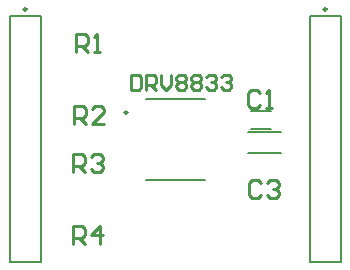
<source format=gbr>
G04*
G04 #@! TF.GenerationSoftware,Altium Limited,Altium Designer,22.4.2 (48)*
G04*
G04 Layer_Color=65535*
%FSLAX25Y25*%
%MOIN*%
G70*
G04*
G04 #@! TF.SameCoordinates,1BD04265-7303-4BE0-B696-FC490152C648*
G04*
G04*
G04 #@! TF.FilePolarity,Positive*
G04*
G01*
G75*
%ADD10C,0.00984*%
%ADD11C,0.00787*%
%ADD12C,0.01000*%
D10*
X40141Y50957D02*
G03*
X40141Y50957I-492J0D01*
G01*
X106492Y85347D02*
G03*
X106492Y85347I-492J0D01*
G01*
X6492D02*
G03*
X6492Y85347I-492J0D01*
G01*
D11*
X46158Y55583D02*
X65842D01*
X46158Y28417D02*
X65842D01*
X81311Y51453D02*
X88004D01*
X81311Y45547D02*
X88004D01*
X80307Y37433D02*
X91379D01*
X80307Y44567D02*
X91379D01*
X100803Y82984D02*
X111197D01*
X100803Y1016D02*
Y82984D01*
Y1016D02*
X111197D01*
Y82984D01*
X803D02*
X11197D01*
X803Y1016D02*
Y82984D01*
Y1016D02*
X11197D01*
Y82984D01*
D12*
X41339Y63499D02*
Y58501D01*
X43838D01*
X44671Y59334D01*
Y62666D01*
X43838Y63499D01*
X41339D01*
X46337Y58501D02*
Y63499D01*
X48836D01*
X49669Y62666D01*
Y61000D01*
X48836Y60167D01*
X46337D01*
X48003D02*
X49669Y58501D01*
X51336Y63499D02*
Y60167D01*
X53002Y58501D01*
X54668Y60167D01*
Y63499D01*
X56334Y62666D02*
X57167Y63499D01*
X58833D01*
X59666Y62666D01*
Y61833D01*
X58833Y61000D01*
X59666Y60167D01*
Y59334D01*
X58833Y58501D01*
X57167D01*
X56334Y59334D01*
Y60167D01*
X57167Y61000D01*
X56334Y61833D01*
Y62666D01*
X57167Y61000D02*
X58833D01*
X61332Y62666D02*
X62165Y63499D01*
X63831D01*
X64665Y62666D01*
Y61833D01*
X63831Y61000D01*
X64665Y60167D01*
Y59334D01*
X63831Y58501D01*
X62165D01*
X61332Y59334D01*
Y60167D01*
X62165Y61000D01*
X61332Y61833D01*
Y62666D01*
X62165Y61000D02*
X63831D01*
X66331Y62666D02*
X67164Y63499D01*
X68830D01*
X69663Y62666D01*
Y61833D01*
X68830Y61000D01*
X67997D01*
X68830D01*
X69663Y60167D01*
Y59334D01*
X68830Y58501D01*
X67164D01*
X66331Y59334D01*
X71329Y62666D02*
X72162Y63499D01*
X73828D01*
X74661Y62666D01*
Y61833D01*
X73828Y61000D01*
X72995D01*
X73828D01*
X74661Y60167D01*
Y59334D01*
X73828Y58501D01*
X72162D01*
X71329Y59334D01*
X21858Y7001D02*
Y12999D01*
X24858D01*
X25857Y11999D01*
Y10000D01*
X24858Y9000D01*
X21858D01*
X23858D02*
X25857Y7001D01*
X30856D02*
Y12999D01*
X27857Y10000D01*
X31855D01*
X22002Y31001D02*
Y36999D01*
X25001D01*
X26000Y35999D01*
Y34000D01*
X25001Y33000D01*
X22002D01*
X24001D02*
X26000Y31001D01*
X28000Y35999D02*
X28999Y36999D01*
X30999D01*
X31998Y35999D01*
Y35000D01*
X30999Y34000D01*
X29999D01*
X30999D01*
X31998Y33000D01*
Y32001D01*
X30999Y31001D01*
X28999D01*
X28000Y32001D01*
X22145Y47001D02*
Y52999D01*
X25144D01*
X26143Y51999D01*
Y50000D01*
X25144Y49000D01*
X22145D01*
X24144D02*
X26143Y47001D01*
X32142D02*
X28143D01*
X32142Y51000D01*
Y51999D01*
X31142Y52999D01*
X29142D01*
X28143Y51999D01*
X23001Y71001D02*
Y76999D01*
X26000D01*
X27000Y75999D01*
Y74000D01*
X26000Y73000D01*
X23001D01*
X25001D02*
X27000Y71001D01*
X28999D02*
X30999D01*
X29999D01*
Y76999D01*
X28999Y75999D01*
X84648Y27566D02*
X83648Y28566D01*
X81648D01*
X80649Y27566D01*
Y23568D01*
X81648Y22568D01*
X83648D01*
X84648Y23568D01*
X86647Y27566D02*
X87647Y28566D01*
X89646D01*
X90645Y27566D01*
Y26567D01*
X89646Y25567D01*
X88646D01*
X89646D01*
X90645Y24567D01*
Y23568D01*
X89646Y22568D01*
X87647D01*
X86647Y23568D01*
X84315Y57499D02*
X83315Y58499D01*
X81316D01*
X80316Y57499D01*
Y53501D01*
X81316Y52501D01*
X83315D01*
X84315Y53501D01*
X86314Y52501D02*
X88314D01*
X87314D01*
Y58499D01*
X86314Y57499D01*
M02*

</source>
